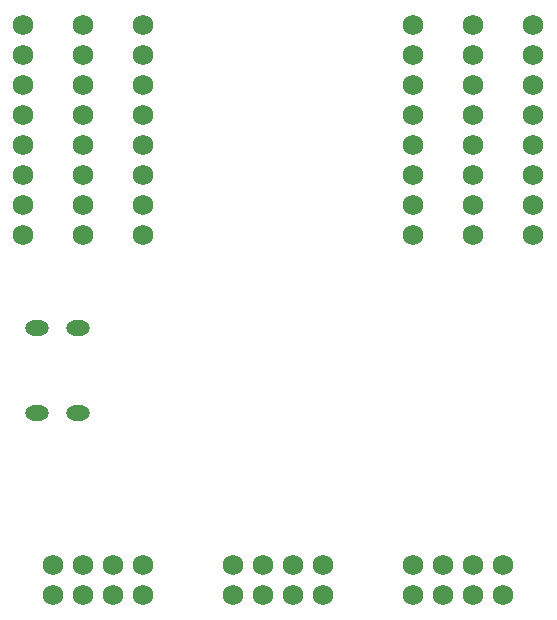
<source format=gbs>
G04*
G04 #@! TF.GenerationSoftware,Altium Limited,Altium Designer,20.0.9 (164)*
G04*
G04 Layer_Color=16711935*
%FSLAX25Y25*%
%MOIN*%
G70*
G01*
G75*
%ADD13C,0.06800*%
%ADD14O,0.07887X0.05131*%
D13*
X440000Y330000D02*
D03*
Y320000D02*
D03*
Y350000D02*
D03*
Y340000D02*
D03*
Y370000D02*
D03*
Y360000D02*
D03*
Y380000D02*
D03*
Y390000D02*
D03*
X530000D02*
D03*
Y360000D02*
D03*
Y370000D02*
D03*
Y380000D02*
D03*
Y330000D02*
D03*
Y350000D02*
D03*
Y340000D02*
D03*
Y320000D02*
D03*
X550000Y390000D02*
D03*
Y380000D02*
D03*
Y360000D02*
D03*
Y370000D02*
D03*
Y340000D02*
D03*
Y350000D02*
D03*
Y320000D02*
D03*
Y330000D02*
D03*
X570000Y390000D02*
D03*
Y380000D02*
D03*
Y360000D02*
D03*
Y370000D02*
D03*
Y340000D02*
D03*
Y350000D02*
D03*
Y320000D02*
D03*
Y330000D02*
D03*
X420000Y320000D02*
D03*
Y330000D02*
D03*
Y350000D02*
D03*
Y340000D02*
D03*
Y370000D02*
D03*
Y360000D02*
D03*
Y390000D02*
D03*
Y380000D02*
D03*
X400000Y320000D02*
D03*
Y330000D02*
D03*
Y350000D02*
D03*
Y340000D02*
D03*
Y370000D02*
D03*
Y360000D02*
D03*
Y390000D02*
D03*
Y380000D02*
D03*
X500000Y200000D02*
D03*
Y210000D02*
D03*
X490000Y210000D02*
D03*
Y200000D02*
D03*
X480000Y210000D02*
D03*
Y200000D02*
D03*
X470000Y210000D02*
D03*
X470000Y200000D02*
D03*
X560000D02*
D03*
Y210000D02*
D03*
X550000Y210000D02*
D03*
Y200000D02*
D03*
X540000Y210000D02*
D03*
Y200000D02*
D03*
X530000Y210000D02*
D03*
X530000Y200000D02*
D03*
X440000D02*
D03*
Y210000D02*
D03*
X430000Y210000D02*
D03*
Y200000D02*
D03*
X420000Y210000D02*
D03*
Y200000D02*
D03*
X410000Y210000D02*
D03*
X410000Y200000D02*
D03*
D14*
X404488Y260807D02*
D03*
Y288957D02*
D03*
X418150Y260807D02*
D03*
Y288957D02*
D03*
M02*

</source>
